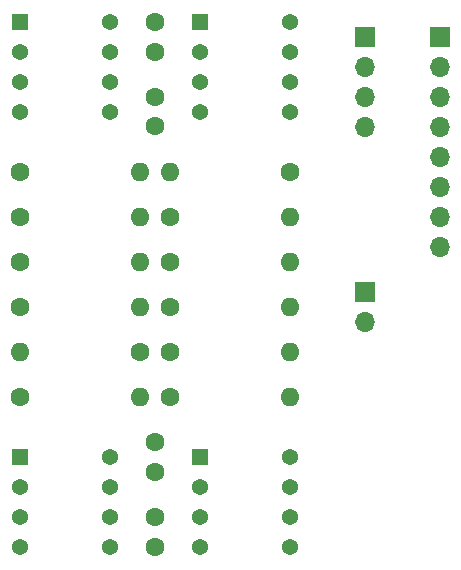
<source format=gbr>
%TF.GenerationSoftware,KiCad,Pcbnew,(6.0.5)*%
%TF.CreationDate,2023-07-08T16:29:13+09:00*%
%TF.ProjectId,wheel speed,77686565-6c20-4737-9065-65642e6b6963,rev?*%
%TF.SameCoordinates,Original*%
%TF.FileFunction,Soldermask,Bot*%
%TF.FilePolarity,Negative*%
%FSLAX46Y46*%
G04 Gerber Fmt 4.6, Leading zero omitted, Abs format (unit mm)*
G04 Created by KiCad (PCBNEW (6.0.5)) date 2023-07-08 16:29:13*
%MOMM*%
%LPD*%
G01*
G04 APERTURE LIST*
%ADD10C,1.600000*%
%ADD11O,1.600000X1.600000*%
%ADD12R,1.700000X1.700000*%
%ADD13O,1.700000X1.700000*%
%ADD14R,1.371600X1.371600*%
%ADD15C,1.371600*%
G04 APERTURE END LIST*
D10*
%TO.C,C2*%
X125730000Y-97790000D03*
X125730000Y-95290000D03*
%TD*%
%TO.C,R7*%
X114300000Y-72390000D03*
D11*
X124460000Y-72390000D03*
%TD*%
D10*
%TO.C,R5*%
X124460000Y-87630000D03*
D11*
X114300000Y-87630000D03*
%TD*%
D12*
%TO.C,J2*%
X143510000Y-60970000D03*
D13*
X143510000Y-63510000D03*
X143510000Y-66050000D03*
X143510000Y-68590000D03*
%TD*%
D10*
%TO.C,R12*%
X137160000Y-72390000D03*
D11*
X127000000Y-72390000D03*
%TD*%
D10*
%TO.C,R6*%
X114300000Y-91440000D03*
D11*
X124460000Y-91440000D03*
%TD*%
D10*
%TO.C,C3*%
X125730000Y-62230000D03*
X125730000Y-59730000D03*
%TD*%
%TO.C,R9*%
X127000000Y-91440000D03*
D11*
X137160000Y-91440000D03*
%TD*%
D12*
%TO.C,J3*%
X149860000Y-60975000D03*
D13*
X149860000Y-63515000D03*
X149860000Y-66055000D03*
X149860000Y-68595000D03*
X149860000Y-71135000D03*
X149860000Y-73675000D03*
X149860000Y-76215000D03*
X149860000Y-78755000D03*
%TD*%
D10*
%TO.C,R1*%
X114300000Y-80010000D03*
D11*
X124460000Y-80010000D03*
%TD*%
D10*
%TO.C,C4*%
X125730000Y-104140000D03*
X125730000Y-101640000D03*
%TD*%
D12*
%TO.C,J1*%
X143510000Y-82550000D03*
D13*
X143510000Y-85090000D03*
%TD*%
D14*
%TO.C,U4*%
X114300000Y-96520000D03*
D15*
X114300000Y-99060000D03*
X114300000Y-101600000D03*
X114300000Y-104140000D03*
X121920000Y-104140000D03*
X121920000Y-101600000D03*
X121920000Y-99060000D03*
X121920000Y-96520000D03*
%TD*%
D11*
%TO.C,R8*%
X137160000Y-76200000D03*
D10*
X127000000Y-76200000D03*
%TD*%
%TO.C,R4*%
X127000000Y-83820000D03*
D11*
X137160000Y-83820000D03*
%TD*%
D14*
%TO.C,U3*%
X114300000Y-59690000D03*
D15*
X114300000Y-62230000D03*
X114300000Y-64770000D03*
X114300000Y-67310000D03*
X121920000Y-67310000D03*
X121920000Y-64770000D03*
X121920000Y-62230000D03*
X121920000Y-59690000D03*
%TD*%
D14*
%TO.C,U6*%
X129540000Y-96520000D03*
D15*
X129540000Y-99060000D03*
X129540000Y-101600000D03*
X129540000Y-104140000D03*
X137160000Y-104140000D03*
X137160000Y-101600000D03*
X137160000Y-99060000D03*
X137160000Y-96520000D03*
%TD*%
D10*
%TO.C,R10*%
X127000000Y-87630000D03*
D11*
X137160000Y-87630000D03*
%TD*%
D10*
%TO.C,C1*%
X125730000Y-66040000D03*
X125730000Y-68540000D03*
%TD*%
%TO.C,R2*%
X114300000Y-83820000D03*
D11*
X124460000Y-83820000D03*
%TD*%
D14*
%TO.C,U5*%
X129540000Y-59690000D03*
D15*
X129540000Y-62230000D03*
X129540000Y-64770000D03*
X129540000Y-67310000D03*
X137160000Y-67310000D03*
X137160000Y-64770000D03*
X137160000Y-62230000D03*
X137160000Y-59690000D03*
%TD*%
D10*
%TO.C,R11*%
X114300000Y-76200000D03*
D11*
X124460000Y-76200000D03*
%TD*%
D10*
%TO.C,R3*%
X127000000Y-80010000D03*
D11*
X137160000Y-80010000D03*
%TD*%
M02*

</source>
